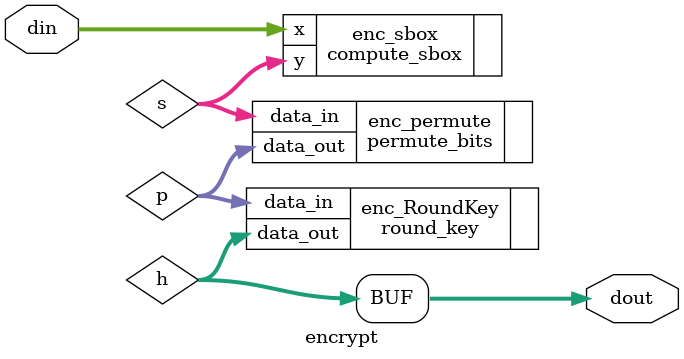
<source format=sv>
module encrypt(
input logic [7:0] din,
output logic [7:0] dout
);

logic[7:0] s, p, h;


compute_sbox enc_sbox(.x(din), .y(s));

permute_bits enc_permute(.data_in(s), .data_out(p));

round_key enc_RoundKey(.data_in(p), .data_out(h));

assign dout = h;

endmodule
</source>
